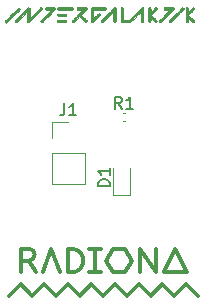
<source format=gto>
G04 #@! TF.GenerationSoftware,KiCad,Pcbnew,9.0.1+1*
G04 #@! TF.CreationDate,2025-11-07T12:30:10+00:00*
G04 #@! TF.ProjectId,intergalaktik,696e7465-7267-4616-9c61-6b74696b2e6b,v1.0*
G04 #@! TF.SameCoordinates,Original*
G04 #@! TF.FileFunction,Legend,Top*
G04 #@! TF.FilePolarity,Positive*
%FSLAX46Y46*%
G04 Gerber Fmt 4.6, Leading zero omitted, Abs format (unit mm)*
G04 Created by KiCad (PCBNEW 9.0.1+1) date 2025-11-07 12:30:10*
%MOMM*%
%LPD*%
G01*
G04 APERTURE LIST*
%ADD10C,0.150000*%
%ADD11C,0.010000*%
%ADD12C,0.120000*%
%ADD13C,0.300000*%
%ADD14C,6.000000*%
%ADD15C,1.000000*%
%ADD16R,1.700000X1.700000*%
%ADD17C,1.700000*%
G04 APERTURE END LIST*
D10*
X136234819Y-118950594D02*
X135234819Y-118950594D01*
X135234819Y-118950594D02*
X135234819Y-118712499D01*
X135234819Y-118712499D02*
X135282438Y-118569642D01*
X135282438Y-118569642D02*
X135377676Y-118474404D01*
X135377676Y-118474404D02*
X135472914Y-118426785D01*
X135472914Y-118426785D02*
X135663390Y-118379166D01*
X135663390Y-118379166D02*
X135806247Y-118379166D01*
X135806247Y-118379166D02*
X135996723Y-118426785D01*
X135996723Y-118426785D02*
X136091961Y-118474404D01*
X136091961Y-118474404D02*
X136187200Y-118569642D01*
X136187200Y-118569642D02*
X136234819Y-118712499D01*
X136234819Y-118712499D02*
X136234819Y-118950594D01*
X136234819Y-117426785D02*
X136234819Y-117998213D01*
X136234819Y-117712499D02*
X135234819Y-117712499D01*
X135234819Y-117712499D02*
X135377676Y-117807737D01*
X135377676Y-117807737D02*
X135472914Y-117902975D01*
X135472914Y-117902975D02*
X135520533Y-117998213D01*
X132386666Y-111964819D02*
X132386666Y-112679104D01*
X132386666Y-112679104D02*
X132339047Y-112821961D01*
X132339047Y-112821961D02*
X132243809Y-112917200D01*
X132243809Y-112917200D02*
X132100952Y-112964819D01*
X132100952Y-112964819D02*
X132005714Y-112964819D01*
X133386666Y-112964819D02*
X132815238Y-112964819D01*
X133100952Y-112964819D02*
X133100952Y-111964819D01*
X133100952Y-111964819D02*
X133005714Y-112107676D01*
X133005714Y-112107676D02*
X132910476Y-112202914D01*
X132910476Y-112202914D02*
X132815238Y-112250533D01*
X137263333Y-112389819D02*
X136930000Y-111913628D01*
X136691905Y-112389819D02*
X136691905Y-111389819D01*
X136691905Y-111389819D02*
X137072857Y-111389819D01*
X137072857Y-111389819D02*
X137168095Y-111437438D01*
X137168095Y-111437438D02*
X137215714Y-111485057D01*
X137215714Y-111485057D02*
X137263333Y-111580295D01*
X137263333Y-111580295D02*
X137263333Y-111723152D01*
X137263333Y-111723152D02*
X137215714Y-111818390D01*
X137215714Y-111818390D02*
X137168095Y-111866009D01*
X137168095Y-111866009D02*
X137072857Y-111913628D01*
X137072857Y-111913628D02*
X136691905Y-111913628D01*
X138215714Y-112389819D02*
X137644286Y-112389819D01*
X137930000Y-112389819D02*
X137930000Y-111389819D01*
X137930000Y-111389819D02*
X137834762Y-111532676D01*
X137834762Y-111532676D02*
X137739524Y-111627914D01*
X137739524Y-111627914D02*
X137644286Y-111675533D01*
D11*
X132531479Y-104381430D02*
X132555148Y-104418882D01*
X132559818Y-104451227D01*
X132550397Y-104495276D01*
X132531479Y-104521025D01*
X132503141Y-104549364D01*
X131811416Y-104549364D01*
X131781526Y-104513842D01*
X131762058Y-104484128D01*
X131752010Y-104455943D01*
X131751636Y-104451227D01*
X131758892Y-104424959D01*
X131776814Y-104394552D01*
X131781526Y-104388613D01*
X131811416Y-104353091D01*
X132503141Y-104353091D01*
X132531479Y-104381430D01*
G36*
X132531479Y-104381430D02*
G01*
X132555148Y-104418882D01*
X132559818Y-104451227D01*
X132550397Y-104495276D01*
X132531479Y-104521025D01*
X132503141Y-104549364D01*
X131811416Y-104549364D01*
X131781526Y-104513842D01*
X131762058Y-104484128D01*
X131752010Y-104455943D01*
X131751636Y-104451227D01*
X131758892Y-104424959D01*
X131776814Y-104394552D01*
X131781526Y-104388613D01*
X131811416Y-104353091D01*
X132503141Y-104353091D01*
X132531479Y-104381430D01*
G37*
X132251167Y-104872799D02*
X132332040Y-104873487D01*
X132395067Y-104875000D01*
X132442871Y-104877638D01*
X132478073Y-104881700D01*
X132503295Y-104887487D01*
X132521160Y-104895298D01*
X132534289Y-104905432D01*
X132545019Y-104917818D01*
X132557125Y-104949012D01*
X132557906Y-104988649D01*
X132547343Y-105024464D01*
X132536631Y-105040423D01*
X132521774Y-105053064D01*
X132500213Y-105062749D01*
X132469388Y-105069841D01*
X132426741Y-105074701D01*
X132369710Y-105077693D01*
X132295737Y-105079177D01*
X132202262Y-105079517D01*
X132158985Y-105079413D01*
X132076292Y-105078718D01*
X131999470Y-105077305D01*
X131932094Y-105075302D01*
X131877738Y-105072834D01*
X131839978Y-105070029D01*
X131823941Y-105067575D01*
X131788445Y-105046428D01*
X131762502Y-105010463D01*
X131751683Y-104967609D01*
X131751636Y-104964685D01*
X131759473Y-104941162D01*
X131778940Y-104913281D01*
X131785385Y-104906385D01*
X131819133Y-104872637D01*
X132149825Y-104872637D01*
X132251167Y-104872799D01*
G36*
X132251167Y-104872799D02*
G01*
X132332040Y-104873487D01*
X132395067Y-104875000D01*
X132442871Y-104877638D01*
X132478073Y-104881700D01*
X132503295Y-104887487D01*
X132521160Y-104895298D01*
X132534289Y-104905432D01*
X132545019Y-104917818D01*
X132557125Y-104949012D01*
X132557906Y-104988649D01*
X132547343Y-105024464D01*
X132536631Y-105040423D01*
X132521774Y-105053064D01*
X132500213Y-105062749D01*
X132469388Y-105069841D01*
X132426741Y-105074701D01*
X132369710Y-105077693D01*
X132295737Y-105079177D01*
X132202262Y-105079517D01*
X132158985Y-105079413D01*
X132076292Y-105078718D01*
X131999470Y-105077305D01*
X131932094Y-105075302D01*
X131877738Y-105072834D01*
X131839978Y-105070029D01*
X131823941Y-105067575D01*
X131788445Y-105046428D01*
X131762502Y-105010463D01*
X131751683Y-104967609D01*
X131751636Y-104964685D01*
X131759473Y-104941162D01*
X131778940Y-104913281D01*
X131785385Y-104906385D01*
X131819133Y-104872637D01*
X132149825Y-104872637D01*
X132251167Y-104872799D01*
G37*
X132562270Y-103822057D02*
X132678777Y-103822309D01*
X132775906Y-103822965D01*
X132855515Y-103824214D01*
X132919461Y-103826247D01*
X132969600Y-103829255D01*
X133007790Y-103833426D01*
X133035887Y-103838952D01*
X133055748Y-103846022D01*
X133069230Y-103854827D01*
X133078190Y-103865556D01*
X133084484Y-103878400D01*
X133088746Y-103890031D01*
X133095094Y-103934164D01*
X133089057Y-103960896D01*
X133083663Y-103975718D01*
X133077423Y-103988246D01*
X133068479Y-103998673D01*
X133054975Y-104007191D01*
X133035055Y-104013991D01*
X133006861Y-104019268D01*
X132968537Y-104023211D01*
X132918226Y-104026014D01*
X132854072Y-104027869D01*
X132774219Y-104028967D01*
X132676809Y-104029502D01*
X132559986Y-104029664D01*
X132424732Y-104029648D01*
X132284749Y-104029473D01*
X132166293Y-104029010D01*
X132067805Y-104028221D01*
X131987724Y-104027070D01*
X131924488Y-104025519D01*
X131876536Y-104023530D01*
X131842307Y-104021066D01*
X131820240Y-104018089D01*
X131809364Y-104014878D01*
X131774804Y-103986405D01*
X131757565Y-103948785D01*
X131757638Y-103908134D01*
X131775015Y-103870564D01*
X131809619Y-103842223D01*
X131820325Y-103837623D01*
X131833902Y-103833774D01*
X131852363Y-103830610D01*
X131877718Y-103828064D01*
X131911980Y-103826071D01*
X131957159Y-103824565D01*
X132015268Y-103823479D01*
X132088318Y-103822748D01*
X132178320Y-103822304D01*
X132287286Y-103822083D01*
X132417228Y-103822018D01*
X132424530Y-103822018D01*
X132562270Y-103822057D01*
G36*
X132562270Y-103822057D02*
G01*
X132678777Y-103822309D01*
X132775906Y-103822965D01*
X132855515Y-103824214D01*
X132919461Y-103826247D01*
X132969600Y-103829255D01*
X133007790Y-103833426D01*
X133035887Y-103838952D01*
X133055748Y-103846022D01*
X133069230Y-103854827D01*
X133078190Y-103865556D01*
X133084484Y-103878400D01*
X133088746Y-103890031D01*
X133095094Y-103934164D01*
X133089057Y-103960896D01*
X133083663Y-103975718D01*
X133077423Y-103988246D01*
X133068479Y-103998673D01*
X133054975Y-104007191D01*
X133035055Y-104013991D01*
X133006861Y-104019268D01*
X132968537Y-104023211D01*
X132918226Y-104026014D01*
X132854072Y-104027869D01*
X132774219Y-104028967D01*
X132676809Y-104029502D01*
X132559986Y-104029664D01*
X132424732Y-104029648D01*
X132284749Y-104029473D01*
X132166293Y-104029010D01*
X132067805Y-104028221D01*
X131987724Y-104027070D01*
X131924488Y-104025519D01*
X131876536Y-104023530D01*
X131842307Y-104021066D01*
X131820240Y-104018089D01*
X131809364Y-104014878D01*
X131774804Y-103986405D01*
X131757565Y-103948785D01*
X131757638Y-103908134D01*
X131775015Y-103870564D01*
X131809619Y-103842223D01*
X131820325Y-103837623D01*
X131833902Y-103833774D01*
X131852363Y-103830610D01*
X131877718Y-103828064D01*
X131911980Y-103826071D01*
X131957159Y-103824565D01*
X132015268Y-103823479D01*
X132088318Y-103822748D01*
X132178320Y-103822304D01*
X132287286Y-103822083D01*
X132417228Y-103822018D01*
X132424530Y-103822018D01*
X132562270Y-103822057D01*
G37*
X142424614Y-103841525D02*
X142457968Y-103869408D01*
X142475663Y-103910415D01*
X142477364Y-103929485D01*
X142476186Y-103937971D01*
X142471899Y-103948537D01*
X142463368Y-103962390D01*
X142449463Y-103980735D01*
X142429050Y-104004778D01*
X142400996Y-104035726D01*
X142364170Y-104074784D01*
X142317439Y-104123158D01*
X142259669Y-104182055D01*
X142189729Y-104252681D01*
X142106487Y-104336241D01*
X142008809Y-104433941D01*
X141926068Y-104516550D01*
X141832173Y-104610012D01*
X141742641Y-104698670D01*
X141658872Y-104781168D01*
X141582268Y-104856148D01*
X141514230Y-104922251D01*
X141456158Y-104978120D01*
X141409454Y-105022396D01*
X141375518Y-105053721D01*
X141355751Y-105070738D01*
X141351561Y-105073474D01*
X141326377Y-105072952D01*
X141294159Y-105062953D01*
X141288185Y-105060150D01*
X141251317Y-105030943D01*
X141232932Y-104991898D01*
X141234224Y-104952190D01*
X141243485Y-104939350D01*
X141267864Y-104911619D01*
X141306060Y-104870344D01*
X141356773Y-104816871D01*
X141418704Y-104752549D01*
X141490553Y-104678724D01*
X141571020Y-104596742D01*
X141658805Y-104507951D01*
X141752609Y-104413698D01*
X141788377Y-104377914D01*
X141896307Y-104270095D01*
X141989169Y-104177464D01*
X142068209Y-104098870D01*
X142134674Y-104033160D01*
X142189811Y-103979182D01*
X142234867Y-103935784D01*
X142271089Y-103901814D01*
X142299723Y-103876121D01*
X142322016Y-103857551D01*
X142339215Y-103844954D01*
X142352567Y-103837176D01*
X142363319Y-103833067D01*
X142372717Y-103831474D01*
X142380030Y-103831236D01*
X142424614Y-103841525D01*
G36*
X142424614Y-103841525D02*
G01*
X142457968Y-103869408D01*
X142475663Y-103910415D01*
X142477364Y-103929485D01*
X142476186Y-103937971D01*
X142471899Y-103948537D01*
X142463368Y-103962390D01*
X142449463Y-103980735D01*
X142429050Y-104004778D01*
X142400996Y-104035726D01*
X142364170Y-104074784D01*
X142317439Y-104123158D01*
X142259669Y-104182055D01*
X142189729Y-104252681D01*
X142106487Y-104336241D01*
X142008809Y-104433941D01*
X141926068Y-104516550D01*
X141832173Y-104610012D01*
X141742641Y-104698670D01*
X141658872Y-104781168D01*
X141582268Y-104856148D01*
X141514230Y-104922251D01*
X141456158Y-104978120D01*
X141409454Y-105022396D01*
X141375518Y-105053721D01*
X141355751Y-105070738D01*
X141351561Y-105073474D01*
X141326377Y-105072952D01*
X141294159Y-105062953D01*
X141288185Y-105060150D01*
X141251317Y-105030943D01*
X141232932Y-104991898D01*
X141234224Y-104952190D01*
X141243485Y-104939350D01*
X141267864Y-104911619D01*
X141306060Y-104870344D01*
X141356773Y-104816871D01*
X141418704Y-104752549D01*
X141490553Y-104678724D01*
X141571020Y-104596742D01*
X141658805Y-104507951D01*
X141752609Y-104413698D01*
X141788377Y-104377914D01*
X141896307Y-104270095D01*
X141989169Y-104177464D01*
X142068209Y-104098870D01*
X142134674Y-104033160D01*
X142189811Y-103979182D01*
X142234867Y-103935784D01*
X142271089Y-103901814D01*
X142299723Y-103876121D01*
X142322016Y-103857551D01*
X142339215Y-103844954D01*
X142352567Y-103837176D01*
X142363319Y-103833067D01*
X142372717Y-103831474D01*
X142380030Y-103831236D01*
X142424614Y-103841525D01*
G37*
X141459929Y-103824347D02*
X141513425Y-103826747D01*
X141553419Y-103830958D01*
X141582310Y-103837341D01*
X141602492Y-103846256D01*
X141616363Y-103858062D01*
X141626320Y-103873121D01*
X141634227Y-103890504D01*
X141642505Y-103927174D01*
X141640908Y-103957435D01*
X141631626Y-103970737D01*
X141607562Y-103998562D01*
X141570382Y-104039226D01*
X141521750Y-104091047D01*
X141463332Y-104152338D01*
X141396792Y-104221417D01*
X141323795Y-104296599D01*
X141246007Y-104376200D01*
X141165093Y-104458535D01*
X141082717Y-104541922D01*
X141000545Y-104624675D01*
X140920241Y-104705110D01*
X140843471Y-104781543D01*
X140771900Y-104852291D01*
X140707192Y-104915668D01*
X140651014Y-104969992D01*
X140605029Y-105013577D01*
X140570903Y-105044740D01*
X140550301Y-105061796D01*
X140546960Y-105063935D01*
X140504479Y-105078837D01*
X140467846Y-105072883D01*
X140432930Y-105046706D01*
X140406251Y-105009875D01*
X140399182Y-104974887D01*
X140400269Y-104965552D01*
X140404367Y-104954477D01*
X140412730Y-104940302D01*
X140426609Y-104921666D01*
X140447260Y-104897209D01*
X140475934Y-104865570D01*
X140513887Y-104825389D01*
X140562371Y-104775306D01*
X140622639Y-104713960D01*
X140695946Y-104639991D01*
X140783544Y-104552038D01*
X140851454Y-104484009D01*
X141303726Y-104031201D01*
X141069795Y-104027623D01*
X140835864Y-104024046D01*
X140808023Y-103991652D01*
X140784588Y-103949411D01*
X140783774Y-103905554D01*
X140805580Y-103863100D01*
X140808032Y-103860167D01*
X140835883Y-103827773D01*
X141194467Y-103824415D01*
X141302847Y-103823542D01*
X141390535Y-103823399D01*
X141459929Y-103824347D01*
G36*
X141459929Y-103824347D02*
G01*
X141513425Y-103826747D01*
X141553419Y-103830958D01*
X141582310Y-103837341D01*
X141602492Y-103846256D01*
X141616363Y-103858062D01*
X141626320Y-103873121D01*
X141634227Y-103890504D01*
X141642505Y-103927174D01*
X141640908Y-103957435D01*
X141631626Y-103970737D01*
X141607562Y-103998562D01*
X141570382Y-104039226D01*
X141521750Y-104091047D01*
X141463332Y-104152338D01*
X141396792Y-104221417D01*
X141323795Y-104296599D01*
X141246007Y-104376200D01*
X141165093Y-104458535D01*
X141082717Y-104541922D01*
X141000545Y-104624675D01*
X140920241Y-104705110D01*
X140843471Y-104781543D01*
X140771900Y-104852291D01*
X140707192Y-104915668D01*
X140651014Y-104969992D01*
X140605029Y-105013577D01*
X140570903Y-105044740D01*
X140550301Y-105061796D01*
X140546960Y-105063935D01*
X140504479Y-105078837D01*
X140467846Y-105072883D01*
X140432930Y-105046706D01*
X140406251Y-105009875D01*
X140399182Y-104974887D01*
X140400269Y-104965552D01*
X140404367Y-104954477D01*
X140412730Y-104940302D01*
X140426609Y-104921666D01*
X140447260Y-104897209D01*
X140475934Y-104865570D01*
X140513887Y-104825389D01*
X140562371Y-104775306D01*
X140622639Y-104713960D01*
X140695946Y-104639991D01*
X140783544Y-104552038D01*
X140851454Y-104484009D01*
X141303726Y-104031201D01*
X141069795Y-104027623D01*
X140835864Y-104024046D01*
X140808023Y-103991652D01*
X140784588Y-103949411D01*
X140783774Y-103905554D01*
X140805580Y-103863100D01*
X140808032Y-103860167D01*
X140835883Y-103827773D01*
X141194467Y-103824415D01*
X141302847Y-103823542D01*
X141390535Y-103823399D01*
X141459929Y-103824347D01*
G37*
X128542624Y-103878574D02*
X128577504Y-103906565D01*
X128597128Y-103947379D01*
X128599727Y-103970644D01*
X128599074Y-103979481D01*
X128596350Y-103989241D01*
X128590410Y-104001156D01*
X128580110Y-104016456D01*
X128564302Y-104036375D01*
X128541843Y-104062144D01*
X128511587Y-104094994D01*
X128472388Y-104136157D01*
X128423101Y-104186865D01*
X128362580Y-104248350D01*
X128289681Y-104321844D01*
X128203258Y-104408577D01*
X128102166Y-104509783D01*
X128048297Y-104563661D01*
X127939340Y-104672549D01*
X127845438Y-104766190D01*
X127765375Y-104845720D01*
X127697936Y-104912277D01*
X127641905Y-104966998D01*
X127596066Y-105011020D01*
X127559203Y-105045479D01*
X127530100Y-105071513D01*
X127507541Y-105090258D01*
X127490311Y-105102851D01*
X127477194Y-105110430D01*
X127466973Y-105114131D01*
X127458591Y-105115091D01*
X127419562Y-105106235D01*
X127386566Y-105081343D01*
X127359963Y-105044695D01*
X127352818Y-105009318D01*
X127353821Y-105000758D01*
X127357586Y-104990492D01*
X127365251Y-104977307D01*
X127377953Y-104959985D01*
X127396829Y-104937311D01*
X127423015Y-104908069D01*
X127457649Y-104871043D01*
X127501867Y-104825018D01*
X127556807Y-104768777D01*
X127623605Y-104701104D01*
X127703399Y-104620785D01*
X127797325Y-104526602D01*
X127904248Y-104419612D01*
X128012811Y-104311099D01*
X128106312Y-104217803D01*
X128185984Y-104138579D01*
X128253059Y-104072281D01*
X128308767Y-104017764D01*
X128354342Y-103973884D01*
X128391014Y-103939493D01*
X128420016Y-103913448D01*
X128442579Y-103894602D01*
X128459934Y-103881811D01*
X128473314Y-103873928D01*
X128483951Y-103869809D01*
X128493076Y-103868309D01*
X128497265Y-103868182D01*
X128542624Y-103878574D01*
G36*
X128542624Y-103878574D02*
G01*
X128577504Y-103906565D01*
X128597128Y-103947379D01*
X128599727Y-103970644D01*
X128599074Y-103979481D01*
X128596350Y-103989241D01*
X128590410Y-104001156D01*
X128580110Y-104016456D01*
X128564302Y-104036375D01*
X128541843Y-104062144D01*
X128511587Y-104094994D01*
X128472388Y-104136157D01*
X128423101Y-104186865D01*
X128362580Y-104248350D01*
X128289681Y-104321844D01*
X128203258Y-104408577D01*
X128102166Y-104509783D01*
X128048297Y-104563661D01*
X127939340Y-104672549D01*
X127845438Y-104766190D01*
X127765375Y-104845720D01*
X127697936Y-104912277D01*
X127641905Y-104966998D01*
X127596066Y-105011020D01*
X127559203Y-105045479D01*
X127530100Y-105071513D01*
X127507541Y-105090258D01*
X127490311Y-105102851D01*
X127477194Y-105110430D01*
X127466973Y-105114131D01*
X127458591Y-105115091D01*
X127419562Y-105106235D01*
X127386566Y-105081343D01*
X127359963Y-105044695D01*
X127352818Y-105009318D01*
X127353821Y-105000758D01*
X127357586Y-104990492D01*
X127365251Y-104977307D01*
X127377953Y-104959985D01*
X127396829Y-104937311D01*
X127423015Y-104908069D01*
X127457649Y-104871043D01*
X127501867Y-104825018D01*
X127556807Y-104768777D01*
X127623605Y-104701104D01*
X127703399Y-104620785D01*
X127797325Y-104526602D01*
X127904248Y-104419612D01*
X128012811Y-104311099D01*
X128106312Y-104217803D01*
X128185984Y-104138579D01*
X128253059Y-104072281D01*
X128308767Y-104017764D01*
X128354342Y-103973884D01*
X128391014Y-103939493D01*
X128420016Y-103913448D01*
X128442579Y-103894602D01*
X128459934Y-103881811D01*
X128473314Y-103873928D01*
X128483951Y-103869809D01*
X128493076Y-103868309D01*
X128497265Y-103868182D01*
X128542624Y-103878574D01*
G37*
X136669433Y-103840669D02*
X136701977Y-103861419D01*
X136715253Y-103877991D01*
X136718600Y-103895288D01*
X136721415Y-103933864D01*
X136723704Y-103994020D01*
X136725473Y-104076059D01*
X136726729Y-104180279D01*
X136727478Y-104306983D01*
X136727727Y-104456471D01*
X136727727Y-105012232D01*
X136699388Y-105040570D01*
X136660884Y-105064432D01*
X136616852Y-105069540D01*
X136574719Y-105055967D01*
X136553672Y-105039133D01*
X136525682Y-105009356D01*
X136519909Y-104594556D01*
X136514136Y-104179755D01*
X136069693Y-104624332D01*
X135973118Y-104720885D01*
X135891434Y-104802355D01*
X135823236Y-104870023D01*
X135767120Y-104925166D01*
X135721681Y-104969064D01*
X135685515Y-105002994D01*
X135657217Y-105028236D01*
X135635383Y-105046068D01*
X135618609Y-105057769D01*
X135605490Y-105064618D01*
X135594621Y-105067892D01*
X135584598Y-105068872D01*
X135581372Y-105068909D01*
X135538318Y-105061133D01*
X135509157Y-105040570D01*
X135486177Y-105005200D01*
X135480644Y-104968411D01*
X135481054Y-104959298D01*
X135483134Y-104949764D01*
X135488044Y-104938565D01*
X135496949Y-104924457D01*
X135511008Y-104906196D01*
X135531386Y-104882538D01*
X135559243Y-104852239D01*
X135595741Y-104814056D01*
X135642044Y-104766745D01*
X135699312Y-104709061D01*
X135768708Y-104639761D01*
X135851395Y-104557601D01*
X135948533Y-104461338D01*
X136026167Y-104384484D01*
X136119890Y-104291944D01*
X136209313Y-104204082D01*
X136293006Y-104122274D01*
X136369540Y-104047897D01*
X136437486Y-103982328D01*
X136495415Y-103926943D01*
X136541898Y-103883119D01*
X136575505Y-103852234D01*
X136594807Y-103835663D01*
X136598393Y-103833264D01*
X136631559Y-103830004D01*
X136669433Y-103840669D01*
G36*
X136669433Y-103840669D02*
G01*
X136701977Y-103861419D01*
X136715253Y-103877991D01*
X136718600Y-103895288D01*
X136721415Y-103933864D01*
X136723704Y-103994020D01*
X136725473Y-104076059D01*
X136726729Y-104180279D01*
X136727478Y-104306983D01*
X136727727Y-104456471D01*
X136727727Y-105012232D01*
X136699388Y-105040570D01*
X136660884Y-105064432D01*
X136616852Y-105069540D01*
X136574719Y-105055967D01*
X136553672Y-105039133D01*
X136525682Y-105009356D01*
X136519909Y-104594556D01*
X136514136Y-104179755D01*
X136069693Y-104624332D01*
X135973118Y-104720885D01*
X135891434Y-104802355D01*
X135823236Y-104870023D01*
X135767120Y-104925166D01*
X135721681Y-104969064D01*
X135685515Y-105002994D01*
X135657217Y-105028236D01*
X135635383Y-105046068D01*
X135618609Y-105057769D01*
X135605490Y-105064618D01*
X135594621Y-105067892D01*
X135584598Y-105068872D01*
X135581372Y-105068909D01*
X135538318Y-105061133D01*
X135509157Y-105040570D01*
X135486177Y-105005200D01*
X135480644Y-104968411D01*
X135481054Y-104959298D01*
X135483134Y-104949764D01*
X135488044Y-104938565D01*
X135496949Y-104924457D01*
X135511008Y-104906196D01*
X135531386Y-104882538D01*
X135559243Y-104852239D01*
X135595741Y-104814056D01*
X135642044Y-104766745D01*
X135699312Y-104709061D01*
X135768708Y-104639761D01*
X135851395Y-104557601D01*
X135948533Y-104461338D01*
X136026167Y-104384484D01*
X136119890Y-104291944D01*
X136209313Y-104204082D01*
X136293006Y-104122274D01*
X136369540Y-104047897D01*
X136437486Y-103982328D01*
X136495415Y-103926943D01*
X136541898Y-103883119D01*
X136575505Y-103852234D01*
X136594807Y-103835663D01*
X136598393Y-103833264D01*
X136631559Y-103830004D01*
X136669433Y-103840669D01*
G37*
X131100867Y-103823429D02*
X131188024Y-103823991D01*
X131207129Y-103824182D01*
X131545849Y-103827773D01*
X131573697Y-103860167D01*
X131595527Y-103897951D01*
X131601546Y-103929159D01*
X131600315Y-103937638D01*
X131595871Y-103948320D01*
X131587086Y-103962408D01*
X131572831Y-103981106D01*
X131551980Y-104005618D01*
X131523403Y-104037147D01*
X131485973Y-104076898D01*
X131438561Y-104126074D01*
X131380041Y-104185878D01*
X131309283Y-104257516D01*
X131225160Y-104342190D01*
X131126544Y-104441104D01*
X131050413Y-104517333D01*
X130942065Y-104625731D01*
X130848779Y-104718921D01*
X130769316Y-104798052D01*
X130702437Y-104864272D01*
X130646904Y-104918728D01*
X130601477Y-104962569D01*
X130564919Y-104996942D01*
X130535990Y-105022996D01*
X130513452Y-105041878D01*
X130496067Y-105054737D01*
X130482595Y-105062721D01*
X130471798Y-105066977D01*
X130462438Y-105068654D01*
X130455297Y-105068909D01*
X130412291Y-105061202D01*
X130382975Y-105040570D01*
X130358804Y-105001634D01*
X130354636Y-104974524D01*
X130355771Y-104965221D01*
X130360008Y-104954073D01*
X130368598Y-104939723D01*
X130382793Y-104920815D01*
X130403842Y-104895993D01*
X130432996Y-104863900D01*
X130471506Y-104823180D01*
X130520622Y-104772477D01*
X130581596Y-104710435D01*
X130655677Y-104635698D01*
X130744117Y-104546909D01*
X130807599Y-104483317D01*
X131260561Y-104029818D01*
X130803133Y-104029818D01*
X130769385Y-103996070D01*
X130743094Y-103956585D01*
X130737388Y-103915460D01*
X130750617Y-103877299D01*
X130781135Y-103846705D01*
X130827295Y-103828280D01*
X130829596Y-103827833D01*
X130850897Y-103826097D01*
X130891980Y-103824756D01*
X130949540Y-103823843D01*
X131020271Y-103823390D01*
X131100867Y-103823429D01*
G36*
X131100867Y-103823429D02*
G01*
X131188024Y-103823991D01*
X131207129Y-103824182D01*
X131545849Y-103827773D01*
X131573697Y-103860167D01*
X131595527Y-103897951D01*
X131601546Y-103929159D01*
X131600315Y-103937638D01*
X131595871Y-103948320D01*
X131587086Y-103962408D01*
X131572831Y-103981106D01*
X131551980Y-104005618D01*
X131523403Y-104037147D01*
X131485973Y-104076898D01*
X131438561Y-104126074D01*
X131380041Y-104185878D01*
X131309283Y-104257516D01*
X131225160Y-104342190D01*
X131126544Y-104441104D01*
X131050413Y-104517333D01*
X130942065Y-104625731D01*
X130848779Y-104718921D01*
X130769316Y-104798052D01*
X130702437Y-104864272D01*
X130646904Y-104918728D01*
X130601477Y-104962569D01*
X130564919Y-104996942D01*
X130535990Y-105022996D01*
X130513452Y-105041878D01*
X130496067Y-105054737D01*
X130482595Y-105062721D01*
X130471798Y-105066977D01*
X130462438Y-105068654D01*
X130455297Y-105068909D01*
X130412291Y-105061202D01*
X130382975Y-105040570D01*
X130358804Y-105001634D01*
X130354636Y-104974524D01*
X130355771Y-104965221D01*
X130360008Y-104954073D01*
X130368598Y-104939723D01*
X130382793Y-104920815D01*
X130403842Y-104895993D01*
X130432996Y-104863900D01*
X130471506Y-104823180D01*
X130520622Y-104772477D01*
X130581596Y-104710435D01*
X130655677Y-104635698D01*
X130744117Y-104546909D01*
X130807599Y-104483317D01*
X131260561Y-104029818D01*
X130803133Y-104029818D01*
X130769385Y-103996070D01*
X130743094Y-103956585D01*
X130737388Y-103915460D01*
X130750617Y-103877299D01*
X130781135Y-103846705D01*
X130827295Y-103828280D01*
X130829596Y-103827833D01*
X130850897Y-103826097D01*
X130891980Y-103824756D01*
X130949540Y-103823843D01*
X131020271Y-103823390D01*
X131100867Y-103823429D01*
G37*
X135211543Y-103823812D02*
X135299986Y-103824291D01*
X135829199Y-103827773D01*
X135857054Y-103860167D01*
X135881057Y-103902254D01*
X135882159Y-103944779D01*
X135860439Y-103985922D01*
X135851161Y-103996070D01*
X135817413Y-104029818D01*
X134845818Y-104029818D01*
X134845818Y-104727431D01*
X135039974Y-104534488D01*
X135105570Y-104469710D01*
X135157447Y-104419941D01*
X135197994Y-104383648D01*
X135229598Y-104359296D01*
X135254648Y-104345350D01*
X135275534Y-104340278D01*
X135294643Y-104342543D01*
X135314365Y-104350612D01*
X135320918Y-104354020D01*
X135343085Y-104375338D01*
X135361137Y-104408267D01*
X135370722Y-104442832D01*
X135369350Y-104465014D01*
X135359786Y-104477775D01*
X135336132Y-104504493D01*
X135300664Y-104542838D01*
X135255662Y-104590480D01*
X135203402Y-104645088D01*
X135146162Y-104704333D01*
X135086221Y-104765884D01*
X135025855Y-104827411D01*
X134967342Y-104886584D01*
X134912960Y-104941073D01*
X134864987Y-104988548D01*
X134825700Y-105026678D01*
X134797378Y-105053134D01*
X134782318Y-105065571D01*
X134748342Y-105078291D01*
X134711314Y-105073237D01*
X134699849Y-105069006D01*
X134686106Y-105063296D01*
X134674567Y-105056911D01*
X134665037Y-105047918D01*
X134657326Y-105034387D01*
X134651241Y-105014387D01*
X134646589Y-104985985D01*
X134643177Y-104947251D01*
X134640815Y-104896254D01*
X134639308Y-104831061D01*
X134638466Y-104749742D01*
X134638094Y-104650364D01*
X134638002Y-104530998D01*
X134638000Y-104448134D01*
X134638000Y-103890223D01*
X134665574Y-103862650D01*
X134697273Y-103840652D01*
X134731960Y-103827943D01*
X134751294Y-103826549D01*
X134791207Y-103825397D01*
X134849187Y-103824501D01*
X134922722Y-103823879D01*
X135009300Y-103823546D01*
X135106411Y-103823518D01*
X135211543Y-103823812D01*
G36*
X135211543Y-103823812D02*
G01*
X135299986Y-103824291D01*
X135829199Y-103827773D01*
X135857054Y-103860167D01*
X135881057Y-103902254D01*
X135882159Y-103944779D01*
X135860439Y-103985922D01*
X135851161Y-103996070D01*
X135817413Y-104029818D01*
X134845818Y-104029818D01*
X134845818Y-104727431D01*
X135039974Y-104534488D01*
X135105570Y-104469710D01*
X135157447Y-104419941D01*
X135197994Y-104383648D01*
X135229598Y-104359296D01*
X135254648Y-104345350D01*
X135275534Y-104340278D01*
X135294643Y-104342543D01*
X135314365Y-104350612D01*
X135320918Y-104354020D01*
X135343085Y-104375338D01*
X135361137Y-104408267D01*
X135370722Y-104442832D01*
X135369350Y-104465014D01*
X135359786Y-104477775D01*
X135336132Y-104504493D01*
X135300664Y-104542838D01*
X135255662Y-104590480D01*
X135203402Y-104645088D01*
X135146162Y-104704333D01*
X135086221Y-104765884D01*
X135025855Y-104827411D01*
X134967342Y-104886584D01*
X134912960Y-104941073D01*
X134864987Y-104988548D01*
X134825700Y-105026678D01*
X134797378Y-105053134D01*
X134782318Y-105065571D01*
X134748342Y-105078291D01*
X134711314Y-105073237D01*
X134699849Y-105069006D01*
X134686106Y-105063296D01*
X134674567Y-105056911D01*
X134665037Y-105047918D01*
X134657326Y-105034387D01*
X134651241Y-105014387D01*
X134646589Y-104985985D01*
X134643177Y-104947251D01*
X134640815Y-104896254D01*
X134639308Y-104831061D01*
X134638466Y-104749742D01*
X134638094Y-104650364D01*
X134638002Y-104530998D01*
X134638000Y-104448134D01*
X134638000Y-103890223D01*
X134665574Y-103862650D01*
X134697273Y-103840652D01*
X134731960Y-103827943D01*
X134751294Y-103826549D01*
X134791207Y-103825397D01*
X134849187Y-103824501D01*
X134922722Y-103823879D01*
X135009300Y-103823546D01*
X135106411Y-103823518D01*
X135211543Y-103823812D01*
G37*
X139613456Y-103835054D02*
X139639552Y-103847703D01*
X139658456Y-103866976D01*
X139671228Y-103896286D01*
X139678924Y-103939045D01*
X139682602Y-103998666D01*
X139683364Y-104060539D01*
X139683364Y-104207860D01*
X139871768Y-104020703D01*
X139933705Y-103959542D01*
X139981858Y-103913044D01*
X140018520Y-103879297D01*
X140045983Y-103856387D01*
X140066538Y-103842400D01*
X140082478Y-103835424D01*
X140095961Y-103833546D01*
X140127882Y-103835808D01*
X140150437Y-103840717D01*
X140173200Y-103859843D01*
X140190724Y-103892402D01*
X140198761Y-103928757D01*
X140197476Y-103947455D01*
X140186400Y-103966827D01*
X140158547Y-104001288D01*
X140114275Y-104050445D01*
X140053940Y-104113908D01*
X139977897Y-104191283D01*
X139954408Y-104214819D01*
X139718239Y-104450778D01*
X139960574Y-104694071D01*
X140032428Y-104766393D01*
X140089358Y-104824533D01*
X140132809Y-104870595D01*
X140164228Y-104906681D01*
X140185061Y-104934894D01*
X140196754Y-104957337D01*
X140200753Y-104976113D01*
X140198505Y-104993325D01*
X140191455Y-105011076D01*
X140186018Y-105021902D01*
X140165366Y-105050750D01*
X140137139Y-105065136D01*
X140095961Y-105068909D01*
X140082332Y-105066989D01*
X140066357Y-105059951D01*
X140045743Y-105045884D01*
X140018199Y-105022874D01*
X139981432Y-104989007D01*
X139933151Y-104942371D01*
X139871768Y-104881752D01*
X139683364Y-104694595D01*
X139683364Y-104841916D01*
X139682022Y-104920644D01*
X139677098Y-104979210D01*
X139667241Y-105020436D01*
X139651101Y-105047143D01*
X139627329Y-105062154D01*
X139594573Y-105068289D01*
X139574750Y-105068909D01*
X139533314Y-105058360D01*
X139509308Y-105039125D01*
X139481318Y-105009340D01*
X139477793Y-104476284D01*
X139477079Y-104330681D01*
X139477021Y-104207408D01*
X139477631Y-104105714D01*
X139478923Y-104024845D01*
X139480907Y-103964051D01*
X139483596Y-103922580D01*
X139487003Y-103899679D01*
X139487184Y-103899037D01*
X139509561Y-103858371D01*
X139545282Y-103834357D01*
X139589467Y-103829468D01*
X139613456Y-103835054D01*
G36*
X139613456Y-103835054D02*
G01*
X139639552Y-103847703D01*
X139658456Y-103866976D01*
X139671228Y-103896286D01*
X139678924Y-103939045D01*
X139682602Y-103998666D01*
X139683364Y-104060539D01*
X139683364Y-104207860D01*
X139871768Y-104020703D01*
X139933705Y-103959542D01*
X139981858Y-103913044D01*
X140018520Y-103879297D01*
X140045983Y-103856387D01*
X140066538Y-103842400D01*
X140082478Y-103835424D01*
X140095961Y-103833546D01*
X140127882Y-103835808D01*
X140150437Y-103840717D01*
X140173200Y-103859843D01*
X140190724Y-103892402D01*
X140198761Y-103928757D01*
X140197476Y-103947455D01*
X140186400Y-103966827D01*
X140158547Y-104001288D01*
X140114275Y-104050445D01*
X140053940Y-104113908D01*
X139977897Y-104191283D01*
X139954408Y-104214819D01*
X139718239Y-104450778D01*
X139960574Y-104694071D01*
X140032428Y-104766393D01*
X140089358Y-104824533D01*
X140132809Y-104870595D01*
X140164228Y-104906681D01*
X140185061Y-104934894D01*
X140196754Y-104957337D01*
X140200753Y-104976113D01*
X140198505Y-104993325D01*
X140191455Y-105011076D01*
X140186018Y-105021902D01*
X140165366Y-105050750D01*
X140137139Y-105065136D01*
X140095961Y-105068909D01*
X140082332Y-105066989D01*
X140066357Y-105059951D01*
X140045743Y-105045884D01*
X140018199Y-105022874D01*
X139981432Y-104989007D01*
X139933151Y-104942371D01*
X139871768Y-104881752D01*
X139683364Y-104694595D01*
X139683364Y-104841916D01*
X139682022Y-104920644D01*
X139677098Y-104979210D01*
X139667241Y-105020436D01*
X139651101Y-105047143D01*
X139627329Y-105062154D01*
X139594573Y-105068289D01*
X139574750Y-105068909D01*
X139533314Y-105058360D01*
X139509308Y-105039125D01*
X139481318Y-105009340D01*
X139477793Y-104476284D01*
X139477079Y-104330681D01*
X139477021Y-104207408D01*
X139477631Y-104105714D01*
X139478923Y-104024845D01*
X139480907Y-103964051D01*
X139483596Y-103922580D01*
X139487003Y-103899679D01*
X139487184Y-103899037D01*
X139509561Y-103858371D01*
X139545282Y-103834357D01*
X139589467Y-103829468D01*
X139613456Y-103835054D01*
G37*
X134252227Y-103860167D02*
X134274205Y-103898314D01*
X134280091Y-103929339D01*
X134278536Y-103941611D01*
X134272728Y-103955865D01*
X134260952Y-103974079D01*
X134241495Y-103998233D01*
X134212642Y-104030306D01*
X134172679Y-104072277D01*
X134119892Y-104126125D01*
X134052567Y-104193830D01*
X134040876Y-104205535D01*
X133801661Y-104444954D01*
X134040876Y-104685910D01*
X134109962Y-104755678D01*
X134164379Y-104811228D01*
X134205858Y-104854596D01*
X134236131Y-104887820D01*
X134256928Y-104912937D01*
X134269981Y-104931984D01*
X134277019Y-104946999D01*
X134279774Y-104960018D01*
X134280091Y-104967467D01*
X134270969Y-105015917D01*
X134245076Y-105049944D01*
X134204620Y-105067214D01*
X134184104Y-105068909D01*
X134169831Y-105068459D01*
X134156430Y-105065946D01*
X134141806Y-105059626D01*
X134123862Y-105047757D01*
X134100503Y-105028593D01*
X134069633Y-105000393D01*
X134029158Y-104961411D01*
X133976981Y-104909905D01*
X133911007Y-104844131D01*
X133896305Y-104829444D01*
X133656636Y-104589979D01*
X133416967Y-104829444D01*
X133347523Y-104898652D01*
X133292249Y-104953149D01*
X133249110Y-104994675D01*
X133216071Y-105024968D01*
X133191097Y-105045767D01*
X133172151Y-105058811D01*
X133157200Y-105065839D01*
X133144208Y-105068589D01*
X133136673Y-105068909D01*
X133101109Y-105063866D01*
X133071474Y-105051689D01*
X133070848Y-105051259D01*
X133050218Y-105025641D01*
X133037798Y-104989350D01*
X133036314Y-104953168D01*
X133041744Y-104936105D01*
X133051751Y-104924494D01*
X133076581Y-104898152D01*
X133114698Y-104858644D01*
X133164566Y-104807535D01*
X133224649Y-104746392D01*
X133293410Y-104676780D01*
X133369314Y-104600263D01*
X133450824Y-104518408D01*
X133495833Y-104473335D01*
X133939147Y-104029818D01*
X133716500Y-104029818D01*
X133624898Y-104029255D01*
X133553805Y-104026950D01*
X133500654Y-104021982D01*
X133462879Y-104013427D01*
X133437912Y-104000365D01*
X133423187Y-103981872D01*
X133416137Y-103957027D01*
X133414194Y-103924906D01*
X133414182Y-103921205D01*
X133424724Y-103879784D01*
X133443976Y-103855763D01*
X133473769Y-103827773D01*
X134224363Y-103827773D01*
X134252227Y-103860167D01*
G36*
X134252227Y-103860167D02*
G01*
X134274205Y-103898314D01*
X134280091Y-103929339D01*
X134278536Y-103941611D01*
X134272728Y-103955865D01*
X134260952Y-103974079D01*
X134241495Y-103998233D01*
X134212642Y-104030306D01*
X134172679Y-104072277D01*
X134119892Y-104126125D01*
X134052567Y-104193830D01*
X134040876Y-104205535D01*
X133801661Y-104444954D01*
X134040876Y-104685910D01*
X134109962Y-104755678D01*
X134164379Y-104811228D01*
X134205858Y-104854596D01*
X134236131Y-104887820D01*
X134256928Y-104912937D01*
X134269981Y-104931984D01*
X134277019Y-104946999D01*
X134279774Y-104960018D01*
X134280091Y-104967467D01*
X134270969Y-105015917D01*
X134245076Y-105049944D01*
X134204620Y-105067214D01*
X134184104Y-105068909D01*
X134169831Y-105068459D01*
X134156430Y-105065946D01*
X134141806Y-105059626D01*
X134123862Y-105047757D01*
X134100503Y-105028593D01*
X134069633Y-105000393D01*
X134029158Y-104961411D01*
X133976981Y-104909905D01*
X133911007Y-104844131D01*
X133896305Y-104829444D01*
X133656636Y-104589979D01*
X133416967Y-104829444D01*
X133347523Y-104898652D01*
X133292249Y-104953149D01*
X133249110Y-104994675D01*
X133216071Y-105024968D01*
X133191097Y-105045767D01*
X133172151Y-105058811D01*
X133157200Y-105065839D01*
X133144208Y-105068589D01*
X133136673Y-105068909D01*
X133101109Y-105063866D01*
X133071474Y-105051689D01*
X133070848Y-105051259D01*
X133050218Y-105025641D01*
X133037798Y-104989350D01*
X133036314Y-104953168D01*
X133041744Y-104936105D01*
X133051751Y-104924494D01*
X133076581Y-104898152D01*
X133114698Y-104858644D01*
X133164566Y-104807535D01*
X133224649Y-104746392D01*
X133293410Y-104676780D01*
X133369314Y-104600263D01*
X133450824Y-104518408D01*
X133495833Y-104473335D01*
X133939147Y-104029818D01*
X133716500Y-104029818D01*
X133624898Y-104029255D01*
X133553805Y-104026950D01*
X133500654Y-104021982D01*
X133462879Y-104013427D01*
X133437912Y-104000365D01*
X133423187Y-103981872D01*
X133416137Y-103957027D01*
X133414194Y-103924906D01*
X133414182Y-103921205D01*
X133424724Y-103879784D01*
X133443976Y-103855763D01*
X133473769Y-103827773D01*
X134224363Y-103827773D01*
X134252227Y-103860167D01*
G37*
X139023621Y-103835234D02*
X139053063Y-103857821D01*
X139055633Y-103860744D01*
X139083000Y-103892560D01*
X139083000Y-105012232D01*
X139054661Y-105040570D01*
X139017578Y-105064017D01*
X138975453Y-105070249D01*
X138935707Y-105059373D01*
X138910656Y-105038489D01*
X138904371Y-105029750D01*
X138899295Y-105019565D01*
X138895298Y-105005538D01*
X138892252Y-104985274D01*
X138890029Y-104956381D01*
X138888498Y-104916462D01*
X138887531Y-104863123D01*
X138887000Y-104793971D01*
X138886775Y-104706610D01*
X138886727Y-104598646D01*
X138886727Y-104593989D01*
X138886496Y-104498796D01*
X138885839Y-104411315D01*
X138884810Y-104334127D01*
X138883461Y-104269814D01*
X138881847Y-104220956D01*
X138880021Y-104190134D01*
X138878123Y-104179909D01*
X138868574Y-104187843D01*
X138844241Y-104210654D01*
X138806636Y-104246863D01*
X138757269Y-104294985D01*
X138697652Y-104353540D01*
X138629295Y-104421045D01*
X138553710Y-104496017D01*
X138472407Y-104576976D01*
X138422751Y-104626567D01*
X137975983Y-105073224D01*
X137620287Y-105076547D01*
X137517916Y-105077112D01*
X137427183Y-105076831D01*
X137350404Y-105075753D01*
X137289896Y-105073925D01*
X137247975Y-105071396D01*
X137227586Y-105068421D01*
X137211444Y-105063444D01*
X137197887Y-105058067D01*
X137186689Y-105050371D01*
X137177625Y-105038438D01*
X137170470Y-105020348D01*
X137164998Y-104994182D01*
X137160984Y-104958022D01*
X137158203Y-104909948D01*
X137156430Y-104848041D01*
X137155439Y-104770383D01*
X137155005Y-104675054D01*
X137154903Y-104560135D01*
X137154909Y-104449302D01*
X137154909Y-103892560D01*
X137181211Y-103861983D01*
X137217041Y-103836278D01*
X137259576Y-103829387D01*
X137301745Y-103841591D01*
X137322033Y-103856369D01*
X137351182Y-103883752D01*
X137351182Y-104872211D01*
X137888046Y-104878409D01*
X138415720Y-104353668D01*
X138521843Y-104248183D01*
X138612897Y-104157843D01*
X138690153Y-104081477D01*
X138754883Y-104017915D01*
X138808358Y-103965987D01*
X138851849Y-103924523D01*
X138886628Y-103892352D01*
X138913966Y-103868304D01*
X138935135Y-103851209D01*
X138951406Y-103839897D01*
X138964051Y-103833198D01*
X138974340Y-103829941D01*
X138983546Y-103828956D01*
X138985830Y-103828927D01*
X139023621Y-103835234D01*
G36*
X139023621Y-103835234D02*
G01*
X139053063Y-103857821D01*
X139055633Y-103860744D01*
X139083000Y-103892560D01*
X139083000Y-105012232D01*
X139054661Y-105040570D01*
X139017578Y-105064017D01*
X138975453Y-105070249D01*
X138935707Y-105059373D01*
X138910656Y-105038489D01*
X138904371Y-105029750D01*
X138899295Y-105019565D01*
X138895298Y-105005538D01*
X138892252Y-104985274D01*
X138890029Y-104956381D01*
X138888498Y-104916462D01*
X138887531Y-104863123D01*
X138887000Y-104793971D01*
X138886775Y-104706610D01*
X138886727Y-104598646D01*
X138886727Y-104593989D01*
X138886496Y-104498796D01*
X138885839Y-104411315D01*
X138884810Y-104334127D01*
X138883461Y-104269814D01*
X138881847Y-104220956D01*
X138880021Y-104190134D01*
X138878123Y-104179909D01*
X138868574Y-104187843D01*
X138844241Y-104210654D01*
X138806636Y-104246863D01*
X138757269Y-104294985D01*
X138697652Y-104353540D01*
X138629295Y-104421045D01*
X138553710Y-104496017D01*
X138472407Y-104576976D01*
X138422751Y-104626567D01*
X137975983Y-105073224D01*
X137620287Y-105076547D01*
X137517916Y-105077112D01*
X137427183Y-105076831D01*
X137350404Y-105075753D01*
X137289896Y-105073925D01*
X137247975Y-105071396D01*
X137227586Y-105068421D01*
X137211444Y-105063444D01*
X137197887Y-105058067D01*
X137186689Y-105050371D01*
X137177625Y-105038438D01*
X137170470Y-105020348D01*
X137164998Y-104994182D01*
X137160984Y-104958022D01*
X137158203Y-104909948D01*
X137156430Y-104848041D01*
X137155439Y-104770383D01*
X137155005Y-104675054D01*
X137154903Y-104560135D01*
X137154909Y-104449302D01*
X137154909Y-103892560D01*
X137181211Y-103861983D01*
X137217041Y-103836278D01*
X137259576Y-103829387D01*
X137301745Y-103841591D01*
X137322033Y-103856369D01*
X137351182Y-103883752D01*
X137351182Y-104872211D01*
X137888046Y-104878409D01*
X138415720Y-104353668D01*
X138521843Y-104248183D01*
X138612897Y-104157843D01*
X138690153Y-104081477D01*
X138754883Y-104017915D01*
X138808358Y-103965987D01*
X138851849Y-103924523D01*
X138886628Y-103892352D01*
X138913966Y-103868304D01*
X138935135Y-103851209D01*
X138951406Y-103839897D01*
X138964051Y-103833198D01*
X138974340Y-103829941D01*
X138983546Y-103828956D01*
X138985830Y-103828927D01*
X139023621Y-103835234D01*
G37*
X142796094Y-103840767D02*
X142819451Y-103860744D01*
X142830530Y-103874963D01*
X142838136Y-103890280D01*
X142842917Y-103911133D01*
X142845525Y-103941966D01*
X142846609Y-103987217D01*
X142846818Y-104047780D01*
X142847433Y-104104627D01*
X142849116Y-104152127D01*
X142851630Y-104186067D01*
X142854736Y-104202230D01*
X142855613Y-104203000D01*
X142865956Y-104195173D01*
X142890102Y-104173239D01*
X142925626Y-104139515D01*
X142970102Y-104096321D01*
X143021104Y-104045974D01*
X143048864Y-104018273D01*
X143109448Y-103957913D01*
X143156341Y-103912164D01*
X143191916Y-103879056D01*
X143218551Y-103856617D01*
X143238620Y-103842875D01*
X143254501Y-103835860D01*
X143268568Y-103833600D01*
X143271503Y-103833546D01*
X143313877Y-103843973D01*
X143346780Y-103871563D01*
X143364661Y-103910778D01*
X143366364Y-103928170D01*
X143364984Y-103940576D01*
X143359696Y-103954551D01*
X143348773Y-103972096D01*
X143330492Y-103995211D01*
X143303126Y-104025897D01*
X143264951Y-104066153D01*
X143214242Y-104117979D01*
X143149273Y-104183377D01*
X143127149Y-104205535D01*
X142887934Y-104444954D01*
X143127149Y-104685910D01*
X143196054Y-104755470D01*
X143250327Y-104810802D01*
X143291702Y-104853965D01*
X143321917Y-104887017D01*
X143342706Y-104912017D01*
X143355807Y-104931024D01*
X143362956Y-104946096D01*
X143365887Y-104959290D01*
X143366364Y-104969549D01*
X143356534Y-105014357D01*
X143330067Y-105048414D01*
X143291497Y-105066924D01*
X143272430Y-105068909D01*
X143258558Y-105067237D01*
X143242955Y-105060920D01*
X143223267Y-105048012D01*
X143197140Y-105026565D01*
X143162221Y-104994629D01*
X143116155Y-104950258D01*
X143056588Y-104891503D01*
X143049215Y-104884182D01*
X142995523Y-104831190D01*
X142947184Y-104784136D01*
X142906617Y-104745323D01*
X142876245Y-104717054D01*
X142858488Y-104701632D01*
X142855037Y-104699455D01*
X142852019Y-104710295D01*
X142849499Y-104739996D01*
X142847703Y-104784332D01*
X142846855Y-104839074D01*
X142846818Y-104853761D01*
X142846488Y-104917471D01*
X142845116Y-104962527D01*
X142842127Y-104993360D01*
X142836948Y-105014402D01*
X142829003Y-105030085D01*
X142822889Y-105038489D01*
X142790365Y-105062942D01*
X142749541Y-105070373D01*
X142707837Y-105060674D01*
X142678884Y-105040570D01*
X142650546Y-105012232D01*
X142650546Y-103892560D01*
X142677913Y-103860744D01*
X142714080Y-103834233D01*
X142755616Y-103827575D01*
X142796094Y-103840767D01*
G36*
X142796094Y-103840767D02*
G01*
X142819451Y-103860744D01*
X142830530Y-103874963D01*
X142838136Y-103890280D01*
X142842917Y-103911133D01*
X142845525Y-103941966D01*
X142846609Y-103987217D01*
X142846818Y-104047780D01*
X142847433Y-104104627D01*
X142849116Y-104152127D01*
X142851630Y-104186067D01*
X142854736Y-104202230D01*
X142855613Y-104203000D01*
X142865956Y-104195173D01*
X142890102Y-104173239D01*
X142925626Y-104139515D01*
X142970102Y-104096321D01*
X143021104Y-104045974D01*
X143048864Y-104018273D01*
X143109448Y-103957913D01*
X143156341Y-103912164D01*
X143191916Y-103879056D01*
X143218551Y-103856617D01*
X143238620Y-103842875D01*
X143254501Y-103835860D01*
X143268568Y-103833600D01*
X143271503Y-103833546D01*
X143313877Y-103843973D01*
X143346780Y-103871563D01*
X143364661Y-103910778D01*
X143366364Y-103928170D01*
X143364984Y-103940576D01*
X143359696Y-103954551D01*
X143348773Y-103972096D01*
X143330492Y-103995211D01*
X143303126Y-104025897D01*
X143264951Y-104066153D01*
X143214242Y-104117979D01*
X143149273Y-104183377D01*
X143127149Y-104205535D01*
X142887934Y-104444954D01*
X143127149Y-104685910D01*
X143196054Y-104755470D01*
X143250327Y-104810802D01*
X143291702Y-104853965D01*
X143321917Y-104887017D01*
X143342706Y-104912017D01*
X143355807Y-104931024D01*
X143362956Y-104946096D01*
X143365887Y-104959290D01*
X143366364Y-104969549D01*
X143356534Y-105014357D01*
X143330067Y-105048414D01*
X143291497Y-105066924D01*
X143272430Y-105068909D01*
X143258558Y-105067237D01*
X143242955Y-105060920D01*
X143223267Y-105048012D01*
X143197140Y-105026565D01*
X143162221Y-104994629D01*
X143116155Y-104950258D01*
X143056588Y-104891503D01*
X143049215Y-104884182D01*
X142995523Y-104831190D01*
X142947184Y-104784136D01*
X142906617Y-104745323D01*
X142876245Y-104717054D01*
X142858488Y-104701632D01*
X142855037Y-104699455D01*
X142852019Y-104710295D01*
X142849499Y-104739996D01*
X142847703Y-104784332D01*
X142846855Y-104839074D01*
X142846818Y-104853761D01*
X142846488Y-104917471D01*
X142845116Y-104962527D01*
X142842127Y-104993360D01*
X142836948Y-105014402D01*
X142829003Y-105030085D01*
X142822889Y-105038489D01*
X142790365Y-105062942D01*
X142749541Y-105070373D01*
X142707837Y-105060674D01*
X142678884Y-105040570D01*
X142650546Y-105012232D01*
X142650546Y-103892560D01*
X142677913Y-103860744D01*
X142714080Y-103834233D01*
X142755616Y-103827575D01*
X142796094Y-103840767D01*
G37*
X130427946Y-103839259D02*
X130460745Y-103867493D01*
X130479078Y-103909491D01*
X130481636Y-103934955D01*
X130481051Y-103943919D01*
X130478526Y-103953641D01*
X130472910Y-103965362D01*
X130463051Y-103980325D01*
X130447795Y-103999771D01*
X130425991Y-104024942D01*
X130396487Y-104057080D01*
X130358130Y-104097427D01*
X130309768Y-104147225D01*
X130250248Y-104207714D01*
X130178419Y-104280138D01*
X130093128Y-104365737D01*
X129993222Y-104465754D01*
X129935857Y-104523130D01*
X129827930Y-104631009D01*
X129735058Y-104723681D01*
X129655999Y-104802297D01*
X129589514Y-104868008D01*
X129534360Y-104921967D01*
X129489298Y-104965326D01*
X129453087Y-104999237D01*
X129424485Y-105024851D01*
X129402253Y-105043321D01*
X129385149Y-105055798D01*
X129371932Y-105063435D01*
X129361361Y-105067383D01*
X129352197Y-105068794D01*
X129347983Y-105068909D01*
X129320385Y-105068559D01*
X129297680Y-105066138D01*
X129279389Y-105059595D01*
X129265037Y-105046878D01*
X129254145Y-105025932D01*
X129246235Y-104994707D01*
X129240832Y-104951148D01*
X129237457Y-104893204D01*
X129235633Y-104818822D01*
X129234882Y-104725949D01*
X129234729Y-104612533D01*
X129234727Y-104581886D01*
X129234727Y-104174535D01*
X128786997Y-104621722D01*
X128690128Y-104718439D01*
X128608177Y-104800100D01*
X128539735Y-104867979D01*
X128483394Y-104923348D01*
X128437747Y-104967482D01*
X128401384Y-105001654D01*
X128372898Y-105027138D01*
X128350881Y-105045207D01*
X128333924Y-105057134D01*
X128320620Y-105064194D01*
X128309560Y-105067660D01*
X128299336Y-105068806D01*
X128292555Y-105068909D01*
X128251405Y-105063055D01*
X128221755Y-105043254D01*
X128220740Y-105042188D01*
X128199663Y-105003842D01*
X128195636Y-104970318D01*
X128196023Y-104960935D01*
X128197958Y-104951279D01*
X128202606Y-104940087D01*
X128211131Y-104926091D01*
X128224697Y-104908028D01*
X128244467Y-104884630D01*
X128271606Y-104854633D01*
X128307278Y-104816770D01*
X128352646Y-104769777D01*
X128408875Y-104712387D01*
X128477128Y-104643335D01*
X128558570Y-104561355D01*
X128654364Y-104465182D01*
X128729614Y-104389710D01*
X128828725Y-104290648D01*
X128921885Y-104198169D01*
X129007823Y-104113501D01*
X129085270Y-104037869D01*
X129152955Y-103972499D01*
X129209607Y-103918620D01*
X129253957Y-103877456D01*
X129284734Y-103850233D01*
X129300668Y-103838180D01*
X129301114Y-103837970D01*
X129345852Y-103829397D01*
X129386903Y-103840765D01*
X129418407Y-103869620D01*
X129429438Y-103891754D01*
X129433660Y-103916035D01*
X129437057Y-103962410D01*
X129439634Y-104031089D01*
X129441397Y-104122281D01*
X129442353Y-104236196D01*
X129442546Y-104328781D01*
X129442546Y-104728207D01*
X129892296Y-104278567D01*
X129989596Y-104181351D01*
X130071996Y-104099231D01*
X130140885Y-104030937D01*
X130197654Y-103975199D01*
X130243692Y-103930747D01*
X130280389Y-103896312D01*
X130309136Y-103870624D01*
X130331322Y-103852414D01*
X130348336Y-103840411D01*
X130361569Y-103833346D01*
X130372410Y-103829950D01*
X130382250Y-103828951D01*
X130384474Y-103828927D01*
X130427946Y-103839259D01*
G36*
X130427946Y-103839259D02*
G01*
X130460745Y-103867493D01*
X130479078Y-103909491D01*
X130481636Y-103934955D01*
X130481051Y-103943919D01*
X130478526Y-103953641D01*
X130472910Y-103965362D01*
X130463051Y-103980325D01*
X130447795Y-103999771D01*
X130425991Y-104024942D01*
X130396487Y-104057080D01*
X130358130Y-104097427D01*
X130309768Y-104147225D01*
X130250248Y-104207714D01*
X130178419Y-104280138D01*
X130093128Y-104365737D01*
X129993222Y-104465754D01*
X129935857Y-104523130D01*
X129827930Y-104631009D01*
X129735058Y-104723681D01*
X129655999Y-104802297D01*
X129589514Y-104868008D01*
X129534360Y-104921967D01*
X129489298Y-104965326D01*
X129453087Y-104999237D01*
X129424485Y-105024851D01*
X129402253Y-105043321D01*
X129385149Y-105055798D01*
X129371932Y-105063435D01*
X129361361Y-105067383D01*
X129352197Y-105068794D01*
X129347983Y-105068909D01*
X129320385Y-105068559D01*
X129297680Y-105066138D01*
X129279389Y-105059595D01*
X129265037Y-105046878D01*
X129254145Y-105025932D01*
X129246235Y-104994707D01*
X129240832Y-104951148D01*
X129237457Y-104893204D01*
X129235633Y-104818822D01*
X129234882Y-104725949D01*
X129234729Y-104612533D01*
X129234727Y-104581886D01*
X129234727Y-104174535D01*
X128786997Y-104621722D01*
X128690128Y-104718439D01*
X128608177Y-104800100D01*
X128539735Y-104867979D01*
X128483394Y-104923348D01*
X128437747Y-104967482D01*
X128401384Y-105001654D01*
X128372898Y-105027138D01*
X128350881Y-105045207D01*
X128333924Y-105057134D01*
X128320620Y-105064194D01*
X128309560Y-105067660D01*
X128299336Y-105068806D01*
X128292555Y-105068909D01*
X128251405Y-105063055D01*
X128221755Y-105043254D01*
X128220740Y-105042188D01*
X128199663Y-105003842D01*
X128195636Y-104970318D01*
X128196023Y-104960935D01*
X128197958Y-104951279D01*
X128202606Y-104940087D01*
X128211131Y-104926091D01*
X128224697Y-104908028D01*
X128244467Y-104884630D01*
X128271606Y-104854633D01*
X128307278Y-104816770D01*
X128352646Y-104769777D01*
X128408875Y-104712387D01*
X128477128Y-104643335D01*
X128558570Y-104561355D01*
X128654364Y-104465182D01*
X128729614Y-104389710D01*
X128828725Y-104290648D01*
X128921885Y-104198169D01*
X129007823Y-104113501D01*
X129085270Y-104037869D01*
X129152955Y-103972499D01*
X129209607Y-103918620D01*
X129253957Y-103877456D01*
X129284734Y-103850233D01*
X129300668Y-103838180D01*
X129301114Y-103837970D01*
X129345852Y-103829397D01*
X129386903Y-103840765D01*
X129418407Y-103869620D01*
X129429438Y-103891754D01*
X129433660Y-103916035D01*
X129437057Y-103962410D01*
X129439634Y-104031089D01*
X129441397Y-104122281D01*
X129442353Y-104236196D01*
X129442546Y-104328781D01*
X129442546Y-104728207D01*
X129892296Y-104278567D01*
X129989596Y-104181351D01*
X130071996Y-104099231D01*
X130140885Y-104030937D01*
X130197654Y-103975199D01*
X130243692Y-103930747D01*
X130280389Y-103896312D01*
X130309136Y-103870624D01*
X130331322Y-103852414D01*
X130348336Y-103840411D01*
X130361569Y-103833346D01*
X130372410Y-103829950D01*
X130382250Y-103828951D01*
X130384474Y-103828927D01*
X130427946Y-103839259D01*
G37*
D12*
X136475000Y-117412500D02*
X136475000Y-119697500D01*
X136475000Y-119697500D02*
X137945000Y-119697500D01*
X137945000Y-119697500D02*
X137945000Y-117412500D01*
D13*
X127680000Y-128260000D02*
X128680000Y-127260000D01*
X128680000Y-124260000D02*
X129380000Y-124260000D01*
X128680000Y-125260000D02*
X129380000Y-125260000D01*
X128680000Y-126260000D02*
X128680000Y-124260000D01*
X128680000Y-127260000D02*
X129680000Y-128260000D01*
X129380000Y-125260000D02*
X129980000Y-126260000D01*
X129680000Y-128260000D02*
X130680000Y-127260000D01*
X130580000Y-126260000D02*
X131280000Y-124260000D01*
X130680000Y-127260000D02*
X131680000Y-128260000D01*
X131280000Y-124260000D02*
X131980000Y-126260000D01*
X131680000Y-128260000D02*
X132680000Y-127260000D01*
X132680000Y-124260000D02*
X132980000Y-124260000D01*
X132680000Y-126260000D02*
X132680000Y-124260000D01*
X132680000Y-126260000D02*
X132980000Y-126260000D01*
X132680000Y-127260000D02*
X133680000Y-128260000D01*
X133680000Y-128260000D02*
X134680000Y-127260000D01*
X134480000Y-124260000D02*
X135480000Y-124260000D01*
X134480000Y-126260000D02*
X135480000Y-126260000D01*
X134680000Y-127260000D02*
X135680000Y-128260000D01*
X134980000Y-124260000D02*
X134980000Y-126260000D01*
X135680000Y-128260000D02*
X136680000Y-127260000D01*
X135880000Y-125260000D02*
X136480000Y-124260000D01*
X136480000Y-126260000D02*
X135880000Y-125260000D01*
X136480000Y-126260000D02*
X137480000Y-126260000D01*
X136680000Y-127260000D02*
X137680000Y-128260000D01*
X137480000Y-124260000D02*
X136480000Y-124260000D01*
X137480000Y-124260000D02*
X138080000Y-125260000D01*
X137680000Y-128260000D02*
X138680000Y-127260000D01*
X138080000Y-125260000D02*
X137480000Y-126260000D01*
X138680000Y-127260000D02*
X139680000Y-128260000D01*
X138780000Y-124260000D02*
X140180000Y-126260000D01*
X138780000Y-126260000D02*
X138780000Y-124260000D01*
X139680000Y-128260000D02*
X140680000Y-127260000D01*
X140180000Y-126260000D02*
X140180000Y-124260000D01*
X140680000Y-127260000D02*
X141680000Y-128260000D01*
X140780000Y-126260000D02*
X141780000Y-124260000D01*
X141680000Y-128260000D02*
X142680000Y-127260000D01*
X141780000Y-124260000D02*
X142780000Y-126260000D01*
X142680000Y-127260000D02*
X143680000Y-128260000D01*
X142780000Y-126260000D02*
X140780000Y-126260000D01*
X129380000Y-124260000D02*
G75*
G02*
X129380000Y-125260000I0J-500000D01*
G01*
X132980000Y-124260000D02*
G75*
G02*
X132980000Y-126260000I0J-1000000D01*
G01*
D12*
X131340000Y-113510000D02*
X132720000Y-113510000D01*
X131340000Y-114890000D02*
X131340000Y-113510000D01*
X131340000Y-116160000D02*
X131340000Y-118810000D01*
X131340000Y-116160000D02*
X134100000Y-116160000D01*
X131340000Y-118810000D02*
X134100000Y-118810000D01*
X134100000Y-116160000D02*
X134100000Y-118810000D01*
X137322164Y-112735000D02*
X137537836Y-112735000D01*
X137322164Y-113455000D02*
X137537836Y-113455000D01*
%LPC*%
D14*
X125060000Y-124290000D03*
G36*
G01*
X137466250Y-119437500D02*
X136953750Y-119437500D01*
G75*
G02*
X136735000Y-119218750I0J218750D01*
G01*
X136735000Y-118781250D01*
G75*
G02*
X136953750Y-118562500I218750J0D01*
G01*
X137466250Y-118562500D01*
G75*
G02*
X137685000Y-118781250I0J-218750D01*
G01*
X137685000Y-119218750D01*
G75*
G02*
X137466250Y-119437500I-218750J0D01*
G01*
G37*
G36*
G01*
X137466250Y-117862500D02*
X136953750Y-117862500D01*
G75*
G02*
X136735000Y-117643750I0J218750D01*
G01*
X136735000Y-117206250D01*
G75*
G02*
X136953750Y-116987500I218750J0D01*
G01*
X137466250Y-116987500D01*
G75*
G02*
X137685000Y-117206250I0J-218750D01*
G01*
X137685000Y-117643750D01*
G75*
G02*
X137466250Y-117862500I-218750J0D01*
G01*
G37*
D15*
X148900000Y-104620000D03*
D16*
X132720000Y-114890000D03*
D17*
X132720000Y-117430000D03*
D14*
X145680000Y-107850000D03*
G36*
G01*
X136670000Y-113265000D02*
X136670000Y-112925000D01*
G75*
G02*
X136810000Y-112785000I140000J0D01*
G01*
X137090000Y-112785000D01*
G75*
G02*
X137230000Y-112925000I0J-140000D01*
G01*
X137230000Y-113265000D01*
G75*
G02*
X137090000Y-113405000I-140000J0D01*
G01*
X136810000Y-113405000D01*
G75*
G02*
X136670000Y-113265000I0J140000D01*
G01*
G37*
G36*
G01*
X137630000Y-113265000D02*
X137630000Y-112925000D01*
G75*
G02*
X137770000Y-112785000I140000J0D01*
G01*
X138050000Y-112785000D01*
G75*
G02*
X138190000Y-112925000I0J-140000D01*
G01*
X138190000Y-113265000D01*
G75*
G02*
X138050000Y-113405000I-140000J0D01*
G01*
X137770000Y-113405000D01*
G75*
G02*
X137630000Y-113265000I0J140000D01*
G01*
G37*
D15*
X121930000Y-104620000D03*
X121920000Y-127400000D03*
D14*
X145920000Y-124310000D03*
X125110000Y-107800000D03*
%LPD*%
M02*

</source>
